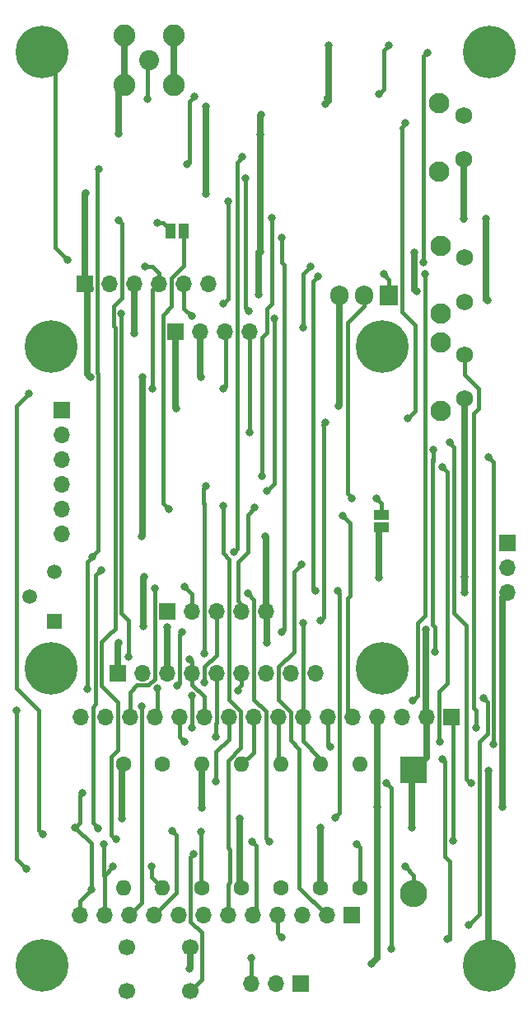
<source format=gbr>
%TF.GenerationSoftware,KiCad,Pcbnew,5.1.12-84ad8e8a86~92~ubuntu18.04.1*%
%TF.CreationDate,2022-01-05T22:45:31-05:00*%
%TF.ProjectId,remote,72656d6f-7465-42e6-9b69-6361645f7063,rev?*%
%TF.SameCoordinates,Original*%
%TF.FileFunction,Copper,L2,Bot*%
%TF.FilePolarity,Positive*%
%FSLAX46Y46*%
G04 Gerber Fmt 4.6, Leading zero omitted, Abs format (unit mm)*
G04 Created by KiCad (PCBNEW 5.1.12-84ad8e8a86~92~ubuntu18.04.1) date 2022-01-05 22:45:31*
%MOMM*%
%LPD*%
G01*
G04 APERTURE LIST*
%TA.AperFunction,ComponentPad*%
%ADD10O,1.700000X1.700000*%
%TD*%
%TA.AperFunction,ComponentPad*%
%ADD11R,1.700000X1.700000*%
%TD*%
%TA.AperFunction,ComponentPad*%
%ADD12O,1.905000X2.000000*%
%TD*%
%TA.AperFunction,ComponentPad*%
%ADD13R,1.905000X2.000000*%
%TD*%
%TA.AperFunction,SMDPad,CuDef*%
%ADD14R,1.000000X1.500000*%
%TD*%
%TA.AperFunction,ComponentPad*%
%ADD15C,2.250000*%
%TD*%
%TA.AperFunction,ComponentPad*%
%ADD16C,2.050000*%
%TD*%
%TA.AperFunction,ComponentPad*%
%ADD17C,2.100000*%
%TD*%
%TA.AperFunction,ComponentPad*%
%ADD18C,1.750000*%
%TD*%
%TA.AperFunction,ComponentPad*%
%ADD19O,1.600000X1.600000*%
%TD*%
%TA.AperFunction,ComponentPad*%
%ADD20C,1.600000*%
%TD*%
%TA.AperFunction,ComponentPad*%
%ADD21C,5.400000*%
%TD*%
%TA.AperFunction,WasherPad*%
%ADD22C,5.400000*%
%TD*%
%TA.AperFunction,ComponentPad*%
%ADD23C,1.700000*%
%TD*%
%TA.AperFunction,ComponentPad*%
%ADD24R,1.500000X1.500000*%
%TD*%
%TA.AperFunction,ComponentPad*%
%ADD25C,1.500000*%
%TD*%
%TA.AperFunction,SMDPad,CuDef*%
%ADD26R,1.500000X1.000000*%
%TD*%
%TA.AperFunction,ComponentPad*%
%ADD27R,2.800000X2.800000*%
%TD*%
%TA.AperFunction,ComponentPad*%
%ADD28O,2.800000X2.800000*%
%TD*%
%TA.AperFunction,ViaPad*%
%ADD29C,0.800000*%
%TD*%
%TA.AperFunction,Conductor*%
%ADD30C,0.700000*%
%TD*%
%TA.AperFunction,Conductor*%
%ADD31C,0.400000*%
%TD*%
G04 APERTURE END LIST*
D10*
%TO.P,U2,28*%
%TO.N,N/C*%
X-24175720Y-46476920D03*
%TO.P,U2,27*%
%TO.N,TX_D1*%
X-21635720Y-46476920D03*
%TO.P,U2,26*%
%TO.N,RX_D0*%
X-19095720Y-46476920D03*
%TO.P,U2,25*%
%TO.N,MISO*%
X-16555720Y-46476920D03*
%TO.P,U2,24*%
%TO.N,MOSI*%
X-14015720Y-46476920D03*
%TO.P,U2,23*%
%TO.N,SCK*%
X-11475720Y-46476920D03*
%TO.P,U2,22*%
%TO.N,A5*%
X-8935720Y-46476920D03*
%TO.P,U2,21*%
%TO.N,A4*%
X-6395720Y-46476920D03*
%TO.P,U2,20*%
%TO.N,A3*%
X-3855720Y-46476920D03*
%TO.P,U2,19*%
%TO.N,A2*%
X-1315720Y-46476920D03*
%TO.P,U2,18*%
%TO.N,A1*%
X1224280Y-46476920D03*
%TO.P,U2,17*%
%TO.N,A0*%
X3764280Y-46476920D03*
%TO.P,U2,16*%
%TO.N,GND*%
X6304280Y-46476920D03*
%TO.P,U2,15*%
%TO.N,N/C*%
X8844280Y-46476920D03*
%TO.P,U2,14*%
%TO.N,+3V3*%
X11384280Y-46476920D03*
D11*
%TO.P,U2,13*%
%TO.N,~RESET*%
X13924280Y-46476920D03*
D10*
%TO.P,U2,5*%
%TO.N,D12*%
X-6475720Y-66796920D03*
%TO.P,U2,4*%
%TO.N,D13*%
X-3935720Y-66796920D03*
%TO.P,U2,10*%
%TO.N,D5*%
X-19175720Y-66796920D03*
%TO.P,U2,9*%
%TO.N,D6*%
X-16635720Y-66796920D03*
%TO.P,U2,12*%
%TO.N,SDA*%
X-24255720Y-66796920D03*
%TO.P,U2,7*%
%TO.N,D10*%
X-11555720Y-66796920D03*
%TO.P,U2,6*%
%TO.N,D11*%
X-9015720Y-66796920D03*
%TO.P,U2,2*%
%TO.N,EN*%
X1144280Y-66796920D03*
%TO.P,U2,11*%
%TO.N,SCL*%
X-21715720Y-66796920D03*
%TO.P,U2,8*%
%TO.N,D9*%
X-14095720Y-66796920D03*
D11*
%TO.P,U2,1*%
%TO.N,N/C*%
X3684280Y-66796920D03*
D10*
%TO.P,U2,3*%
X-1395720Y-66796920D03*
%TD*%
D12*
%TO.P,Q1,3*%
%TO.N,GND*%
X2450000Y-3150000D03*
%TO.P,Q1,2*%
%TO.N,POWER_1*%
X4990000Y-3150000D03*
D13*
%TO.P,Q1,1*%
%TO.N,D9*%
X7530000Y-3150000D03*
%TD*%
D10*
%TO.P,J2,6*%
%TO.N,+3V3*%
X-26070000Y-27630000D03*
%TO.P,J2,5*%
%TO.N,A0*%
X-26070000Y-25090000D03*
%TO.P,J2,4*%
%TO.N,A1*%
X-26070000Y-22550000D03*
%TO.P,J2,3*%
%TO.N,D13*%
X-26070000Y-20010000D03*
%TO.P,J2,2*%
%TO.N,D10*%
X-26070000Y-17470000D03*
D11*
%TO.P,J2,1*%
%TO.N,GND*%
X-26070000Y-14930000D03*
%TD*%
D14*
%TO.P,JP2,1*%
%TO.N,Net-(JP2-Pad1)*%
X-14900000Y3460000D03*
%TO.P,JP2,2*%
%TO.N,A0*%
X-13600000Y3460000D03*
%TD*%
D15*
%TO.P,J1,2*%
%TO.N,GND*%
X-19690080Y18450560D03*
X-19690080Y23530560D03*
X-14610080Y23530560D03*
X-14610080Y18450560D03*
D16*
%TO.P,J1,1*%
%TO.N,Net-(J1-Pad1)*%
X-17150080Y20990560D03*
%TD*%
D17*
%TO.P,SW3,*%
%TO.N,*%
X12845380Y-15030500D03*
D18*
%TO.P,SW3,2*%
%TO.N,GND*%
X15335380Y-13770500D03*
%TO.P,SW3,1*%
%TO.N,A4*%
X15335380Y-9270500D03*
D17*
%TO.P,SW3,*%
%TO.N,*%
X12845380Y-8020500D03*
%TD*%
D19*
%TO.P,R4,2*%
%TO.N,A4*%
X-7607136Y-51281920D03*
D20*
%TO.P,R4,1*%
%TO.N,+3V3*%
X-7607136Y-63981920D03*
%TD*%
D21*
%TO.P,H2,1*%
%TO.N,+3V3*%
X17813960Y-71924920D03*
%TD*%
D10*
%TO.P,U5,5*%
%TO.N,+3V3*%
X-5080000Y-35560000D03*
%TO.P,U5,4*%
%TO.N,POWER_1*%
X-7620000Y-35560000D03*
%TO.P,U5,3*%
%TO.N,TX_D1*%
X-10160000Y-35560000D03*
%TO.P,U5,2*%
%TO.N,RX_D0*%
X-12700000Y-35560000D03*
D11*
%TO.P,U5,1*%
%TO.N,N/C*%
X-15240000Y-35560000D03*
%TD*%
D10*
%TO.P,U4,9*%
%TO.N,N/C*%
X0Y-41910000D03*
%TO.P,U4,8*%
X-2540000Y-41910000D03*
%TO.P,U4,7*%
X-5080000Y-41910000D03*
%TO.P,U4,6*%
%TO.N,D5*%
X-7620000Y-41910000D03*
%TO.P,U4,5*%
%TO.N,MOSI*%
X-10160000Y-41910000D03*
%TO.P,U4,4*%
%TO.N,SCK*%
X-12700000Y-41910000D03*
%TO.P,U4,3*%
%TO.N,GND*%
X-15240000Y-41910000D03*
%TO.P,U4,2*%
%TO.N,N/C*%
X-17780000Y-41910000D03*
D11*
%TO.P,U4,1*%
%TO.N,+3V3*%
X-20320000Y-41910000D03*
D22*
%TO.P,U4,*%
%TO.N,*%
X6850000Y-41430000D03*
X-27170000Y-41430000D03*
X6850000Y-8410000D03*
X-27170000Y-8410000D03*
%TD*%
D10*
%TO.P,U3,6*%
%TO.N,N/C*%
X-11021060Y-1960880D03*
%TO.P,U3,5*%
%TO.N,SDA*%
X-13561060Y-1960880D03*
%TO.P,U3,4*%
%TO.N,SCL*%
X-16101060Y-1960880D03*
%TO.P,U3,3*%
%TO.N,GND*%
X-18641060Y-1960880D03*
%TO.P,U3,2*%
%TO.N,N/C*%
X-21181060Y-1960880D03*
D11*
%TO.P,U3,1*%
%TO.N,+3V3*%
X-23721060Y-1960880D03*
%TD*%
D23*
%TO.P,SW4,1*%
%TO.N,~RESET*%
X-12920000Y-74580000D03*
%TO.P,SW4,2*%
X-19420000Y-74580000D03*
%TO.P,SW4,3*%
%TO.N,GND*%
X-12920000Y-70080000D03*
%TO.P,SW4,4*%
X-19420000Y-70080000D03*
%TD*%
D17*
%TO.P,SW2,*%
%TO.N,*%
X12845380Y-5073700D03*
D18*
%TO.P,SW2,2*%
%TO.N,GND*%
X15335380Y-3813700D03*
%TO.P,SW2,1*%
%TO.N,A3*%
X15335380Y686300D03*
D17*
%TO.P,SW2,*%
%TO.N,*%
X12845380Y1936300D03*
%TD*%
%TO.P,SW1,*%
%TO.N,*%
X12720000Y9520000D03*
D18*
%TO.P,SW1,2*%
%TO.N,GND*%
X15210000Y10780000D03*
%TO.P,SW1,1*%
%TO.N,A2*%
X15210000Y15280000D03*
D17*
%TO.P,SW1,*%
%TO.N,*%
X12720000Y16530000D03*
%TD*%
D19*
%TO.P,R7,2*%
%TO.N,A1*%
X4565268Y-51281920D03*
D20*
%TO.P,R7,1*%
%TO.N,Net-(Q3-Pad2)*%
X4565268Y-63981920D03*
%TD*%
D19*
%TO.P,R3,2*%
%TO.N,GND*%
X-11664604Y-51281920D03*
D20*
%TO.P,R3,1*%
%TO.N,D9*%
X-11664604Y-63981920D03*
%TD*%
D19*
%TO.P,R6,2*%
%TO.N,A2*%
X507800Y-51281920D03*
D20*
%TO.P,R6,1*%
%TO.N,+3V3*%
X507800Y-63981920D03*
%TD*%
D19*
%TO.P,R5,2*%
%TO.N,A3*%
X-3549668Y-51281920D03*
D20*
%TO.P,R5,1*%
%TO.N,+3V3*%
X-3549668Y-63981920D03*
%TD*%
D19*
%TO.P,R2,2*%
%TO.N,SCL*%
X-15722072Y-63981920D03*
D20*
%TO.P,R2,1*%
%TO.N,+3V3*%
X-15722072Y-51281920D03*
%TD*%
D19*
%TO.P,R1,2*%
%TO.N,SDA*%
X-19779540Y-63981920D03*
D20*
%TO.P,R1,1*%
%TO.N,+3V3*%
X-19779540Y-51281920D03*
%TD*%
D24*
%TO.P,Q3,1*%
%TO.N,GND*%
X-26880820Y-36576000D03*
D25*
%TO.P,Q3,3*%
%TO.N,Net-(D1-Pad2)*%
X-26880820Y-31496000D03*
%TO.P,Q3,2*%
%TO.N,Net-(Q3-Pad2)*%
X-29420820Y-34036000D03*
%TD*%
D26*
%TO.P,JP1,1*%
%TO.N,GND*%
X6744999Y-26965001D03*
%TO.P,JP1,2*%
%TO.N,POWER_1*%
X6744999Y-25665001D03*
%TD*%
D11*
%TO.P,J19,1*%
%TO.N,N/C*%
X-1541780Y-73751440D03*
D10*
%TO.P,J19,2*%
%TO.N,GND*%
X-4081780Y-73751440D03*
%TO.P,J19,3*%
%TO.N,A5*%
X-6621780Y-73751440D03*
%TD*%
%TO.P,J16,4*%
%TO.N,SDA*%
X-6800000Y-6930000D03*
%TO.P,J16,3*%
%TO.N,SCL*%
X-9340000Y-6930000D03*
%TO.P,J16,2*%
%TO.N,+3V3*%
X-11880000Y-6930000D03*
D11*
%TO.P,J16,1*%
%TO.N,GND*%
X-14420000Y-6930000D03*
%TD*%
%TO.P,J5,1*%
%TO.N,N/C*%
X19672300Y-28582620D03*
D10*
%TO.P,J5,2*%
%TO.N,EN*%
X19672300Y-31122620D03*
%TO.P,J5,3*%
%TO.N,GND*%
X19672300Y-33662620D03*
%TD*%
D21*
%TO.P,H6,1*%
%TO.N,SCL*%
X-28133040Y21833840D03*
%TD*%
%TO.P,H5,1*%
%TO.N,SDA*%
X17813960Y21833840D03*
%TD*%
%TO.P,H1,1*%
%TO.N,GND*%
X-28133040Y-71924920D03*
%TD*%
D27*
%TO.P,D1,1*%
%TO.N,+3V3*%
X10090000Y-51890000D03*
D28*
%TO.P,D1,2*%
%TO.N,Net-(D1-Pad2)*%
X10090000Y-64590000D03*
%TD*%
D29*
%TO.N,GND*%
X-11720000Y-55740000D03*
X6300000Y-55690000D03*
X19190000Y-55690000D03*
X15287380Y-33662620D03*
X-14320000Y-14810000D03*
X-18630000Y-7040000D03*
X2350000Y-14490000D03*
X-5830000Y-3060000D03*
X-5700000Y1330000D03*
X-5610000Y15380000D03*
X10140000Y1270000D03*
X10370000Y-2780000D03*
X15250000Y4680000D03*
X17550000Y4680000D03*
X17690000Y-3710000D03*
X-20260000Y13390000D03*
X-5700000Y13370000D03*
X-17670000Y-37110000D03*
X-17620000Y-32070000D03*
X6540000Y-32140000D03*
X15335380Y-32024620D03*
X-13000000Y-72250000D03*
X5750000Y-71750000D03*
X-15250000Y-37250000D03*
%TO.N,+3V3*%
X17740000Y-51930000D03*
X-19890000Y-56870000D03*
X-7840000Y-56840000D03*
X490000Y-57780000D03*
X9920000Y-57820000D03*
X-20270000Y-38850000D03*
X-5040000Y-38850000D03*
X11310000Y-37430000D03*
X-5160000Y-27910000D03*
X-23670000Y7330000D03*
X-11810000Y-11570000D03*
X-23170000Y-11570000D03*
X1310000Y22470000D03*
X-11270000Y7220000D03*
X-17770000Y-11570000D03*
X-17890000Y-27910000D03*
X1000000Y16500000D03*
X-11250000Y16250000D03*
%TO.N,SDA*%
X-23080000Y-64130000D03*
X-24750000Y-57750000D03*
X-24000000Y-54250000D03*
X16000000Y-53250000D03*
X13750000Y-18250000D03*
X-6750000Y-17250000D03*
X-1250000Y-6500000D03*
X-500000Y-250000D03*
X11090000Y250000D03*
X11500000Y21750000D03*
X-12750000Y-5300000D03*
%TO.N,SCL*%
X-20830000Y-61800000D03*
X-16870000Y-61800000D03*
X-28000000Y-58500000D03*
X-29500000Y-13250000D03*
X-9500000Y-12750000D03*
X-16750000Y-12750000D03*
X-17500000Y-250000D03*
X-25500000Y500000D03*
X-21750000Y-59500000D03*
%TO.N,D9*%
X7000000Y-1000000D03*
X250000Y-1250000D03*
X0Y-33500000D03*
X2000000Y-56750000D03*
X-11750000Y-58200000D03*
X2250000Y-33500000D03*
%TO.N,~RESET*%
X14120000Y-59150000D03*
X-12550000Y-60500000D03*
%TO.N,A0*%
X2750000Y-25750000D03*
X-15090000Y-25090000D03*
%TO.N,A3*%
X11250000Y-1000000D03*
X10000000Y-44750000D03*
%TO.N,A4*%
X16500000Y-47500000D03*
%TO.N,A5*%
X-10250000Y-53000000D03*
X7254280Y-53250000D03*
X7750000Y-70250000D03*
X-6621780Y-71121780D03*
%TO.N,POWER_1*%
X-6250000Y-24950000D03*
X6250000Y-24000000D03*
X3750000Y-24000000D03*
%TO.N,Net-(Q3-Pad2)*%
X-7000000Y-33750000D03*
X-4750000Y-59250000D03*
X4250000Y-59500000D03*
%TO.N,RX_D0*%
X-13500000Y-33020000D03*
X-16500000Y-33236000D03*
%TO.N,TX_D1*%
X-12750000Y-47500000D03*
X-12750000Y-44250000D03*
X-11410001Y-42839999D03*
%TO.N,A2*%
X9250000Y14500000D03*
X9500000Y-15750000D03*
X1000000Y-16250000D03*
X500000Y-36500000D03*
X-1250000Y-36750000D03*
%TO.N,Net-(J1-Pad1)*%
X-17250000Y17000000D03*
%TO.N,EN*%
X-1480000Y-30800000D03*
%TO.N,SCK*%
X-9000000Y6500000D03*
X-9500000Y-4000000D03*
X-20000000Y-5000000D03*
X-13000000Y-40500000D03*
X-19250000Y-40250000D03*
%TO.N,MOSI*%
X-4500000Y4750000D03*
X-5500000Y-21750000D03*
X-11250000Y-22750000D03*
X-11449999Y-39949999D03*
X-13500000Y-49000000D03*
X-10250000Y-48500000D03*
%TO.N,D5*%
X-8000000Y-43750000D03*
X-17845719Y-45345719D03*
%TO.N,A1*%
X13000000Y-20750000D03*
X12750000Y-49000000D03*
X1500000Y-49500000D03*
%TO.N,MISO*%
X-3500000Y2750000D03*
X-3500000Y-37750000D03*
X-13750000Y-37750000D03*
X-14250000Y-43250000D03*
X-16250000Y-43460000D03*
%TO.N,D6*%
X-7510000Y11040000D03*
X-8400000Y-29510000D03*
X-22070000Y-31330000D03*
X-22340000Y-57860000D03*
X-14750000Y-58130000D03*
%TO.N,Net-(JP2-Pad1)*%
X-16250000Y4250000D03*
%TO.N,D12*%
X-20250000Y4500000D03*
X-20500000Y-59000000D03*
X-6500000Y-59250000D03*
%TO.N,D13*%
X-3500000Y-69050000D03*
X13500000Y-69250000D03*
X13000000Y-50750000D03*
X18240000Y-49250000D03*
X17750000Y-19750000D03*
%TO.N,D10*%
X12260000Y-39750000D03*
X17250000Y-44500000D03*
X15750000Y-67750000D03*
X12050000Y-19000000D03*
%TO.N,D11*%
X-7220000Y8840000D03*
X-6870000Y-4800000D03*
X-4220000Y-5570000D03*
X-5000000Y-23250000D03*
X-9500000Y-24750000D03*
%TO.N,Net-(D1-Pad2)*%
X9180000Y-61770000D03*
X7500000Y22500000D03*
X6500000Y17500000D03*
X-12500000Y17250000D03*
X-13250000Y10250000D03*
X-22250000Y9750000D03*
X-23000000Y-30000000D03*
X-29750000Y-62000000D03*
X-23480000Y-43520000D03*
X-30750000Y-45750000D03*
%TD*%
D30*
%TO.N,GND*%
X-4350000Y-73483220D02*
X-4081780Y-73751440D01*
X6304280Y-69924280D02*
X6310000Y-69930000D01*
X-11720000Y-51337316D02*
X-11664604Y-51281920D01*
X-11720000Y-55740000D02*
X-11720000Y-51337316D01*
X6304280Y-55694280D02*
X6304280Y-69924280D01*
X6304280Y-55694280D02*
X6300000Y-55690000D01*
X6304280Y-46476920D02*
X6304280Y-55694280D01*
X19190000Y-34144920D02*
X19672300Y-33662620D01*
X19190000Y-55690000D02*
X19190000Y-34144920D01*
X6540000Y-27170000D02*
X6744999Y-26965001D01*
X15335380Y-33614620D02*
X15287380Y-33662620D01*
X-14420000Y-6930000D02*
X-14420000Y-14710000D01*
X-14420000Y-14710000D02*
X-14320000Y-14810000D01*
X-18641060Y-1960880D02*
X-18641060Y-7028940D01*
X-18641060Y-7028940D02*
X-18630000Y-7040000D01*
X2450000Y-3150000D02*
X2450000Y-14390000D01*
X2450000Y-14390000D02*
X2350000Y-14490000D01*
X-5830000Y-3060000D02*
X-5830000Y1200000D01*
X-5830000Y1200000D02*
X-5700000Y1330000D01*
X-5700000Y15290000D02*
X-5610000Y15380000D01*
X10140000Y1270000D02*
X10140000Y-2550000D01*
X10140000Y-2550000D02*
X10370000Y-2780000D01*
X15210000Y10780000D02*
X15210000Y4620000D01*
X15210000Y4620000D02*
X15210000Y4640000D01*
X15210000Y4640000D02*
X15250000Y4680000D01*
X17550000Y4680000D02*
X17550000Y-3570000D01*
X17550000Y-3570000D02*
X17690000Y-3710000D01*
X-20260000Y17880640D02*
X-19690080Y18450560D01*
X-20260000Y13390000D02*
X-20260000Y17880640D01*
X-19690080Y18450560D02*
X-19690080Y23530560D01*
X-14610080Y18450560D02*
X-14610080Y23530560D01*
X-5700000Y1330000D02*
X-5700000Y13370000D01*
X-5700000Y13370000D02*
X-5700000Y15290000D01*
X-15240000Y-41910000D02*
X-15240000Y-39540000D01*
X-17670000Y-37110000D02*
X-17670000Y-32120000D01*
X-17670000Y-32120000D02*
X-17620000Y-32070000D01*
X6540000Y-32140000D02*
X6540000Y-27170000D01*
X15335380Y-13770500D02*
X15335380Y-32024620D01*
X15335380Y-32024620D02*
X15335380Y-33614620D01*
X-12920000Y-70080000D02*
X-12920000Y-72170000D01*
X-12920000Y-72170000D02*
X-13000000Y-72250000D01*
X6304280Y-69924280D02*
X6304280Y-71195720D01*
X6304280Y-71195720D02*
X5750000Y-71750000D01*
X-15240000Y-39540000D02*
X-15240000Y-37260000D01*
X-15240000Y-37260000D02*
X-15250000Y-37250000D01*
%TO.N,+3V3*%
X17779680Y-71924920D02*
X17779680Y-51969680D01*
X17779680Y-51969680D02*
X17740000Y-51930000D01*
X11384280Y-50595720D02*
X10090000Y-51890000D01*
X11384280Y-46476920D02*
X11384280Y-50595720D01*
X-19890000Y-51392380D02*
X-19779540Y-51281920D01*
X-19890000Y-56870000D02*
X-19890000Y-51392380D01*
X-7840000Y-63749056D02*
X-7607136Y-63981920D01*
X-7840000Y-56840000D02*
X-7840000Y-63749056D01*
X507800Y-63981920D02*
X507800Y-57797800D01*
X507800Y-57797800D02*
X490000Y-57780000D01*
X9920000Y-52060000D02*
X10090000Y-51890000D01*
X9920000Y-57820000D02*
X9920000Y-52060000D01*
X-20320000Y-41910000D02*
X-20320000Y-38900000D01*
X-20320000Y-38900000D02*
X-20270000Y-38850000D01*
X-5040000Y-35600000D02*
X-5080000Y-35560000D01*
X-5040000Y-38850000D02*
X-5040000Y-35600000D01*
X11310000Y-46402640D02*
X11384280Y-46476920D01*
X11310000Y-37430000D02*
X11310000Y-46402640D01*
X-5080000Y-35560000D02*
X-5080000Y-27990000D01*
X-5080000Y-27990000D02*
X-5160000Y-27910000D01*
X-23721060Y-1960880D02*
X-23721060Y7278940D01*
X-23721060Y7278940D02*
X-23670000Y7330000D01*
X-11880000Y-6930000D02*
X-11880000Y-11500000D01*
X-11880000Y-11500000D02*
X-11810000Y-11570000D01*
X-23170000Y-2511940D02*
X-23721060Y-1960880D01*
X1310000Y22470000D02*
X1310000Y17210000D01*
X1310000Y17210000D02*
X1200000Y17100000D01*
X-17770000Y-27790000D02*
X-17890000Y-27910000D01*
X-17770000Y-11570000D02*
X-17770000Y-27790000D01*
X1310000Y17210000D02*
X1310000Y16810000D01*
X1310000Y16810000D02*
X1000000Y16500000D01*
X-11250000Y7240000D02*
X-11270000Y7220000D01*
X-11250000Y16250000D02*
X-11250000Y7240000D01*
X-23170000Y-11570000D02*
X-23180000Y-11570000D01*
X-23180000Y-11570000D02*
X-23500000Y-11250000D01*
X-23500000Y-2181940D02*
X-23721060Y-1960880D01*
X-23500000Y-11250000D02*
X-23500000Y-2181940D01*
D31*
%TO.N,SDA*%
X-24255720Y-66796920D02*
X-24255720Y-65305720D01*
X-24255720Y-65305720D02*
X-23080000Y-64130000D01*
X-24750000Y-57750000D02*
X-24250000Y-57250000D01*
X-24250000Y-57250000D02*
X-24250000Y-56000000D01*
X-24250000Y-56000000D02*
X-24250000Y-54500000D01*
X-24250000Y-54500000D02*
X-24000000Y-54250000D01*
X16000000Y-53250000D02*
X15500000Y-52750000D01*
X15500000Y-52750000D02*
X15500000Y-37000000D01*
X15500000Y-37000000D02*
X14250000Y-35750000D01*
X14250000Y-35750000D02*
X14250000Y-30250000D01*
X14250000Y-30250000D02*
X14250000Y-18750000D01*
X14250000Y-18750000D02*
X13750000Y-18250000D01*
X-6750000Y-6980000D02*
X-6800000Y-6930000D01*
X-6750000Y-17250000D02*
X-6750000Y-6980000D01*
X-1250000Y-6500000D02*
X-1250000Y-1000000D01*
X-1250000Y-1000000D02*
X-500000Y-250000D01*
X11090000Y250000D02*
X11090000Y21340000D01*
X11090000Y21340000D02*
X11500000Y21750000D01*
X-13561060Y-1960880D02*
X-13561060Y-4488940D01*
X-13561060Y-4488940D02*
X-12750000Y-5300000D01*
X-23080000Y-59420000D02*
X-24750000Y-57750000D01*
X-23080000Y-64130000D02*
X-23080000Y-59420000D01*
%TO.N,SCL*%
X-21715720Y-66796920D02*
X-21715720Y-62685720D01*
X-21715720Y-62685720D02*
X-20830000Y-61800000D01*
X-16870000Y-62833992D02*
X-15722072Y-63981920D01*
X-16870000Y-61800000D02*
X-16870000Y-62833992D01*
X-28000000Y-58500000D02*
X-28500000Y-58000000D01*
X-28500000Y-58000000D02*
X-28500000Y-45750000D01*
X-28500000Y-45750000D02*
X-30750000Y-43500000D01*
X-30750000Y-43500000D02*
X-30750000Y-14500000D01*
X-30750000Y-14500000D02*
X-29500000Y-13250000D01*
X-9500000Y-12750000D02*
X-9250000Y-12500000D01*
X-9250000Y-7020000D02*
X-9340000Y-6930000D01*
X-9250000Y-12500000D02*
X-9250000Y-7020000D01*
X-16750000Y-2609820D02*
X-16101060Y-1960880D01*
X-16750000Y-12750000D02*
X-16750000Y-2609820D01*
X-16101060Y-1960880D02*
X-16101060Y-898940D01*
X-16101060Y-898940D02*
X-16750000Y-250000D01*
X-16750000Y-250000D02*
X-17500000Y-250000D01*
X-25500000Y500000D02*
X-26750000Y1750000D01*
X-26750000Y20450800D02*
X-28133040Y21833840D01*
X-26750000Y1750000D02*
X-26750000Y20450800D01*
X-21750000Y-62651440D02*
X-21715720Y-62685720D01*
X-21750000Y-59500000D02*
X-21750000Y-62651440D01*
%TO.N,D9*%
X7530000Y-3150000D02*
X7530000Y-1530000D01*
X7530000Y-1530000D02*
X7000000Y-1000000D01*
X250000Y-1250000D02*
X-250000Y-1750000D01*
X-250000Y-1750000D02*
X-250000Y-33250000D01*
X-250000Y-33250000D02*
X0Y-33500000D01*
X2474281Y-56275719D02*
X2000000Y-56750000D01*
X2474281Y-34525719D02*
X2474281Y-56275719D01*
X-11750000Y-63896524D02*
X-11664604Y-63981920D01*
X-11750000Y-58200000D02*
X-11750000Y-63896524D01*
X2474281Y-34525719D02*
X2474281Y-33724281D01*
X2474281Y-33724281D02*
X2250000Y-33500000D01*
%TO.N,~RESET*%
X-12920000Y-74580000D02*
X-11669999Y-73329999D01*
X-11669999Y-68572641D02*
X-12845719Y-67396921D01*
X-12845719Y-66196919D02*
X-12864605Y-66178033D01*
X-11669999Y-73329999D02*
X-11669999Y-68572641D01*
X-12845719Y-67396921D02*
X-12845719Y-66196919D01*
X-12864605Y-66178033D02*
X-12864605Y-63405919D01*
X14120000Y-46672640D02*
X13924280Y-46476920D01*
X14120000Y-59150000D02*
X14120000Y-46672640D01*
X-12864605Y-63405919D02*
X-12864605Y-60814605D01*
X-12864605Y-60814605D02*
X-12550000Y-60500000D01*
%TO.N,A0*%
X3250000Y-45962640D02*
X3764280Y-46476920D01*
X3250000Y-34250000D02*
X3250000Y-45962640D01*
X3500000Y-34000000D02*
X3250000Y-34250000D01*
X2750000Y-25750000D02*
X3500000Y-26500000D01*
X3500000Y-26500000D02*
X3500000Y-34000000D01*
X-14811061Y-1360879D02*
X-14811061Y-4311061D01*
X-13600000Y3460000D02*
X-13600000Y-149818D01*
X-13600000Y-149818D02*
X-14811061Y-1360879D01*
X-15670001Y-24509999D02*
X-15090000Y-25090000D01*
X-15670001Y-5170001D02*
X-15670001Y-24509999D01*
X-14811061Y-4311061D02*
X-15670001Y-5170001D01*
%TO.N,A3*%
X11250000Y-1000000D02*
X11250000Y-21750000D01*
X11250000Y-21750000D02*
X11250000Y-36000000D01*
X11250000Y-36000000D02*
X10500000Y-36750000D01*
X10500000Y-36750000D02*
X10500000Y-40500000D01*
X10500000Y-40500000D02*
X10500000Y-44250000D01*
X10500000Y-44250000D02*
X10000000Y-44750000D01*
X-3855720Y-50975868D02*
X-3549668Y-51281920D01*
X-3855720Y-46476920D02*
X-3855720Y-50975868D01*
%TO.N,A4*%
X15335380Y-9270500D02*
X15335380Y-11335380D01*
X15335380Y-11335380D02*
X16750000Y-12750000D01*
X16750000Y-12750000D02*
X16750000Y-14750000D01*
X16750000Y-14750000D02*
X16250000Y-15250000D01*
X16250000Y-15250000D02*
X16250000Y-21500000D01*
X16250000Y-21500000D02*
X16250000Y-41750000D01*
X16250000Y-41750000D02*
X16250000Y-45500000D01*
X16250000Y-45500000D02*
X16500000Y-45750000D01*
X16500000Y-45750000D02*
X16500000Y-47500000D01*
X-6395720Y-50070504D02*
X-7607136Y-51281920D01*
X-6395720Y-46476920D02*
X-6395720Y-50070504D01*
%TO.N,A5*%
X-8935720Y-46476920D02*
X-8935720Y-48685720D01*
X-8935720Y-48685720D02*
X-10250000Y-50000000D01*
X-10250000Y-50000000D02*
X-10250000Y-53000000D01*
X7254280Y-53250000D02*
X7750000Y-53745720D01*
X7750000Y-53745720D02*
X7750000Y-70250000D01*
X-6621780Y-73751440D02*
X-6621780Y-71121780D01*
X-6621780Y-71121780D02*
X-6621780Y-70871780D01*
%TO.N,POWER_1*%
X-7620000Y-35560000D02*
X-7620000Y-34880000D01*
X-7620000Y-34880000D02*
X-8000000Y-34500000D01*
X-8000000Y-34500000D02*
X-8000000Y-30500000D01*
X-8000000Y-30500000D02*
X-7000000Y-29500000D01*
X-7000000Y-29500000D02*
X-7000000Y-25700000D01*
X-7000000Y-25700000D02*
X-6250000Y-24950000D01*
X6744999Y-25665001D02*
X6744999Y-24494999D01*
X6744999Y-24494999D02*
X6250000Y-24000000D01*
X3250000Y-23500000D02*
X3750000Y-24000000D01*
X4990000Y-3150000D02*
X4990000Y-4260000D01*
X4990000Y-4260000D02*
X3250000Y-6000000D01*
X3250000Y-6000000D02*
X3250000Y-23500000D01*
%TO.N,Net-(Q3-Pad2)*%
X-5105721Y-58894279D02*
X-4750000Y-59250000D01*
X-5105721Y-45876919D02*
X-5105721Y-58894279D01*
X-6330001Y-44652639D02*
X-5105721Y-45876919D01*
X-7000000Y-33750000D02*
X-6330001Y-34419999D01*
X-6330001Y-34419999D02*
X-6330001Y-44652639D01*
X4565268Y-59815268D02*
X4565268Y-63981920D01*
X4250000Y-59500000D02*
X4565268Y-59815268D01*
%TO.N,RX_D0*%
X-17179999Y-43160001D02*
X-16529999Y-42510001D01*
X-18380001Y-43160001D02*
X-17179999Y-43160001D01*
X-19095720Y-46476920D02*
X-19095720Y-43875720D01*
X-19095720Y-43875720D02*
X-18380001Y-43160001D01*
X-12700000Y-35560000D02*
X-12700000Y-33820000D01*
X-12700000Y-33820000D02*
X-13500000Y-33020000D01*
X-16500000Y-40750000D02*
X-16529999Y-40779999D01*
X-16500000Y-33236000D02*
X-16500000Y-40750000D01*
X-16529999Y-42510001D02*
X-16529999Y-40779999D01*
X-16529999Y-40779999D02*
X-16529999Y-39970001D01*
%TO.N,TX_D1*%
X-12750000Y-45250000D02*
X-12750000Y-47500000D01*
X-10160000Y-35560000D02*
X-10160000Y-40059998D01*
X-10160000Y-40059998D02*
X-11410001Y-41309999D01*
X-11410001Y-41309999D02*
X-11410001Y-41660001D01*
X-11410001Y-41660001D02*
X-11449999Y-41699999D01*
X-12750000Y-44250000D02*
X-12750000Y-45250000D01*
X-11410001Y-41660001D02*
X-11410001Y-42839999D01*
X-11410001Y-42839999D02*
X-11410001Y-43049999D01*
%TO.N,A2*%
X9250000Y14500000D02*
X8750000Y14000000D01*
X8882501Y13867499D02*
X8882501Y-4882501D01*
X8750000Y14000000D02*
X8882501Y13867499D01*
X8882501Y-4882501D02*
X10250000Y-6250000D01*
X10250000Y-6250000D02*
X10250000Y-10250000D01*
X10250000Y-10250000D02*
X10250000Y-15000000D01*
X10250000Y-15000000D02*
X9500000Y-15750000D01*
X1000000Y-16250000D02*
X750000Y-16500000D01*
X800001Y-36199999D02*
X500000Y-36500000D01*
X750000Y-16500000D02*
X800001Y-16550001D01*
X800001Y-16550001D02*
X800001Y-36199999D01*
X-1250000Y-46411200D02*
X-1315720Y-46476920D01*
X-1250000Y-36750000D02*
X-1250000Y-46411200D01*
X-1315720Y-46476920D02*
X-1315720Y-48934280D01*
X507800Y-50757800D02*
X507800Y-51281920D01*
X-1315720Y-48934280D02*
X507800Y-50757800D01*
%TO.N,Net-(J1-Pad1)*%
X-17250000Y20890640D02*
X-17150080Y20990560D01*
X-17250000Y17000000D02*
X-17250000Y20890640D01*
%TO.N,EN*%
X-1670000Y-49710000D02*
X-1670000Y-63982640D01*
X-2250000Y-31570000D02*
X-2250000Y-39750000D01*
X-1480000Y-30800000D02*
X-2250000Y-31570000D01*
X-1670000Y-63982640D02*
X1144280Y-66796920D01*
X-2250000Y-39750000D02*
X-3790001Y-41290001D01*
X-2565721Y-48814279D02*
X-1670000Y-49710000D01*
X-2565721Y-45916917D02*
X-2565721Y-48814279D01*
X-3790001Y-41290001D02*
X-3790001Y-44692637D01*
X-3790001Y-44692637D02*
X-2565721Y-45916917D01*
%TO.N,SCK*%
X-9000000Y6500000D02*
X-9000000Y-3500000D01*
X-9000000Y-3500000D02*
X-9500000Y-4000000D01*
X-20000000Y-5000000D02*
X-20000000Y-35750000D01*
X-20000000Y-35750000D02*
X-19250000Y-36500000D01*
X-12700000Y-41910000D02*
X-12700000Y-40800000D01*
X-12700000Y-40800000D02*
X-13000000Y-40500000D01*
X-19250000Y-40250000D02*
X-19250000Y-39250000D01*
X-19250000Y-36500000D02*
X-19250000Y-39250000D01*
X-19250000Y-39250000D02*
X-19250000Y-39500000D01*
X-11475720Y-44340278D02*
X-11475720Y-46476920D01*
X-12700000Y-43115998D02*
X-11475720Y-44340278D01*
X-12700000Y-41910000D02*
X-12700000Y-43115998D01*
%TO.N,MOSI*%
X-4500000Y4750000D02*
X-4500000Y-2914002D01*
X-4500000Y-2914002D02*
X-4500000Y-4000000D01*
X-5020001Y-4520001D02*
X-5020001Y-6979999D01*
X-4500000Y-4000000D02*
X-5020001Y-4520001D01*
X-5020001Y-6979999D02*
X-5500000Y-7459998D01*
X-5500000Y-7459998D02*
X-5500000Y-21750000D01*
X-11250000Y-22750000D02*
X-11500000Y-23000000D01*
X-11500000Y-24500000D02*
X-11449999Y-24550001D01*
X-11500000Y-23000000D02*
X-11500000Y-24500000D01*
X-11449999Y-24550001D02*
X-11449999Y-39949999D01*
X-14015720Y-46476920D02*
X-14015720Y-48484280D01*
X-14015720Y-48484280D02*
X-13500000Y-49000000D01*
X-10185721Y-47036923D02*
X-10185721Y-44685721D01*
X-10250000Y-47101202D02*
X-10185721Y-47036923D01*
X-10250000Y-48500000D02*
X-10250000Y-47101202D01*
X-10185721Y-44685721D02*
X-10160000Y-44660000D01*
X-10160000Y-41910000D02*
X-10160000Y-44660000D01*
X-10160000Y-44660000D02*
X-10160000Y-45160000D01*
%TO.N,D5*%
X-19175720Y-66796920D02*
X-17845719Y-65466919D01*
X-7680000Y-41970000D02*
X-7620000Y-41910000D01*
X-7620000Y-41910000D02*
X-7620000Y-43120000D01*
X-7620000Y-43120000D02*
X-8000000Y-43500000D01*
X-8000000Y-43500000D02*
X-8000000Y-43750000D01*
X-17845719Y-65466919D02*
X-17845719Y-45345719D01*
%TO.N,A1*%
X13000000Y-20750000D02*
X13500000Y-21250000D01*
X13500000Y-21250000D02*
X13500000Y-32250000D01*
X13500000Y-32250000D02*
X13500000Y-43000000D01*
X12674279Y-48924279D02*
X12750000Y-49000000D01*
X13500000Y-43000000D02*
X12674279Y-43825721D01*
X12674279Y-43825721D02*
X12674279Y-48924279D01*
X1224280Y-46476920D02*
X1224280Y-49224280D01*
X1224280Y-49224280D02*
X1500000Y-49500000D01*
%TO.N,MISO*%
X-3500000Y2750000D02*
X-3500000Y250000D01*
X-3500000Y250000D02*
X-3250000Y0D01*
X-3250000Y0D02*
X-3250000Y-34500000D01*
X-3250000Y-34500000D02*
X-3250000Y-37500000D01*
X-3250000Y-37500000D02*
X-3500000Y-37750000D01*
X-13950001Y-42950001D02*
X-14250000Y-43250000D01*
X-13750000Y-37750000D02*
X-13950001Y-37950001D01*
X-13950001Y-37950001D02*
X-13950001Y-42950001D01*
X-16250000Y-46171200D02*
X-16555720Y-46476920D01*
X-16250000Y-43460000D02*
X-16250000Y-46171200D01*
%TO.N,D6*%
X-8089999Y-29199999D02*
X-8400000Y-29510000D01*
X-7510000Y11040000D02*
X-8089999Y10460001D01*
X-8089999Y10460001D02*
X-8089999Y-29199999D01*
X-22885721Y-57314279D02*
X-22340000Y-57860000D01*
X-22885721Y-45876919D02*
X-22885721Y-57314279D01*
X-14350001Y-58529999D02*
X-14350001Y-64511201D01*
X-14350001Y-64511201D02*
X-16635720Y-66796920D01*
X-14750000Y-58130000D02*
X-14350001Y-58529999D01*
X-22600010Y-31860010D02*
X-22070000Y-31330000D01*
X-22600010Y-45114012D02*
X-22600010Y-31860010D01*
X-22885721Y-45399723D02*
X-22600010Y-45114012D01*
X-22885721Y-45876919D02*
X-22885721Y-45399723D01*
%TO.N,Net-(JP2-Pad1)*%
X-15690000Y4250000D02*
X-14900000Y3460000D01*
X-16250000Y4250000D02*
X-15690000Y4250000D01*
%TO.N,D12*%
X-19931059Y4181059D02*
X-19931059Y-3431059D01*
X-20250000Y4500000D02*
X-19931059Y4181059D01*
X-20800001Y-4300001D02*
X-20800001Y-6300001D01*
X-19931059Y-3431059D02*
X-20800001Y-4300001D01*
X-20600010Y-6499992D02*
X-20600010Y-37350010D01*
X-20800001Y-6300001D02*
X-20600010Y-6499992D01*
X-20600010Y-37350010D02*
X-21250000Y-38000000D01*
X-21250000Y-38000000D02*
X-22000000Y-38750000D01*
X-22000000Y-38750000D02*
X-22000000Y-42750000D01*
X-22000000Y-42750000D02*
X-22000000Y-43250000D01*
X-20345721Y-44904279D02*
X-20345721Y-49845721D01*
X-22000000Y-43250000D02*
X-20345721Y-44904279D01*
X-20345721Y-49845721D02*
X-20979541Y-50479541D01*
X-20979541Y-58520459D02*
X-20500000Y-59000000D01*
X-20979541Y-50479541D02*
X-20979541Y-58520459D01*
X-6100001Y-66421201D02*
X-6475720Y-66796920D01*
X-6100001Y-59649999D02*
X-6100001Y-66421201D01*
X-6500000Y-59250000D02*
X-6100001Y-59649999D01*
%TO.N,D13*%
X-3935720Y-66796920D02*
X-3935720Y-68614280D01*
X-3935720Y-68614280D02*
X-3500000Y-69050000D01*
X13500000Y-69250000D02*
X13750000Y-69250000D01*
X13750000Y-69250000D02*
X13750000Y-61250000D01*
X13750000Y-61250000D02*
X13250000Y-60750000D01*
X13250000Y-60750000D02*
X13250000Y-51000000D01*
X13250000Y-51000000D02*
X13000000Y-50750000D01*
X18250009Y-20250009D02*
X17750000Y-19750000D01*
X18240000Y-49250000D02*
X18250009Y-49239991D01*
X18250009Y-49239991D02*
X18250009Y-20250009D01*
%TO.N,D10*%
X12000000Y-36935998D02*
X12250000Y-37185998D01*
X12250000Y-37185998D02*
X12250000Y-39740000D01*
X12250000Y-39740000D02*
X12260000Y-39750000D01*
X17649999Y-44899999D02*
X17649999Y-48100001D01*
X17250000Y-44500000D02*
X17649999Y-44899999D01*
X16800001Y-66699999D02*
X15750000Y-67750000D01*
X17649999Y-48100001D02*
X16800001Y-48949999D01*
X16800001Y-48949999D02*
X16800001Y-66699999D01*
X12050000Y-20200000D02*
X12000000Y-20250000D01*
X12050000Y-19000000D02*
X12050000Y-20200000D01*
X12000000Y-20000000D02*
X12000000Y-20250000D01*
X12000000Y-20250000D02*
X12000000Y-36935998D01*
%TO.N,D11*%
X-7220000Y8840000D02*
X-7220000Y-4450000D01*
X-7220000Y-4450000D02*
X-6870000Y-4800000D01*
X-4220000Y-5570000D02*
X-4220000Y-17690000D01*
X-4220000Y-17690000D02*
X-4220000Y-22380000D01*
X-4220000Y-22380000D02*
X-4220000Y-22470000D01*
X-4220000Y-22470000D02*
X-5000000Y-23250000D01*
X-9000000Y-59825998D02*
X-8779999Y-60045999D01*
X-9000000Y-50898782D02*
X-9000000Y-59825998D01*
X-8779999Y-63378781D02*
X-9015720Y-63614502D01*
X-7685719Y-49584501D02*
X-9000000Y-50898782D01*
X-7685719Y-45876919D02*
X-7685719Y-49584501D01*
X-8779999Y-60045999D02*
X-8779999Y-63378781D01*
X-8870001Y-44692637D02*
X-7685719Y-45876919D01*
X-8870001Y-30224001D02*
X-8870001Y-44692637D01*
X-9015720Y-63614502D02*
X-9015720Y-66796920D01*
X-9500000Y-29594002D02*
X-8870001Y-30224001D01*
X-9500000Y-24750000D02*
X-9500000Y-29594002D01*
%TO.N,Net-(D1-Pad2)*%
X10090000Y-64590000D02*
X10090000Y-62680000D01*
X10090000Y-62680000D02*
X9180000Y-61770000D01*
X7500000Y22500000D02*
X7000000Y22000000D01*
X7000000Y22000000D02*
X7000000Y18000000D01*
X7000000Y18000000D02*
X6500000Y17500000D01*
X-12500000Y17250000D02*
X-13000000Y16750000D01*
X-13000000Y16750000D02*
X-13000000Y10500000D01*
X-13000000Y10500000D02*
X-13250000Y10250000D01*
X-22369999Y-11185999D02*
X-22369999Y-29369999D01*
X-22419990Y-2201276D02*
X-22419990Y-11136008D01*
X-22471059Y-2150207D02*
X-22419990Y-2201276D01*
X-22250000Y9750000D02*
X-22471059Y9528941D01*
X-22419990Y-11136008D02*
X-22369999Y-11185999D01*
X-22471059Y9528941D02*
X-22471059Y-2150207D01*
X-22369999Y-29369999D02*
X-22870001Y-29870001D01*
X-22870001Y-29870001D02*
X-23000000Y-30000000D01*
X-23480000Y-30480000D02*
X-23000000Y-30000000D01*
X-23480000Y-43520000D02*
X-23480000Y-30480000D01*
X-30750000Y-45750000D02*
X-30750000Y-61000000D01*
X-30750000Y-61000000D02*
X-30250000Y-61500000D01*
X-29750000Y-62000000D02*
X-30250000Y-61500000D01*
X-30250000Y-61500000D02*
X-30500000Y-61250000D01*
%TD*%
M02*

</source>
